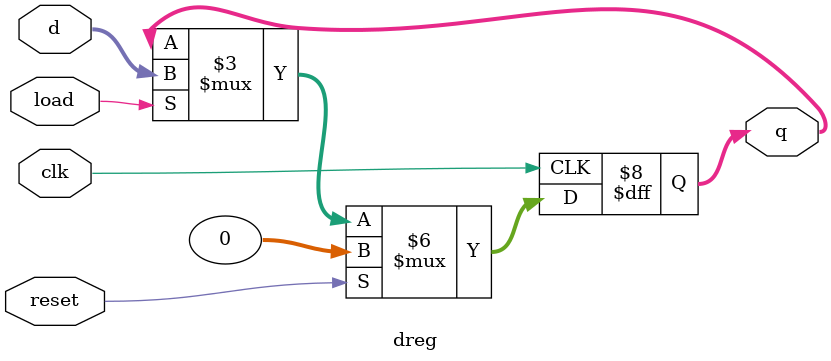
<source format=v>
`timescale 1ns / 1ps

module dreg #(parameter WIDTH = 32) (
    input wire clk,
    input wire reset,
    input wire load,
    input wire [WIDTH - 1 : 0] d,
    output reg [WIDTH - 1 : 0] q
);
    always@(posedge clk)
    begin
        if(reset)     q <= 0;
        else if(load) q <= d;
        else          q <= q;
    end
endmodule

</source>
